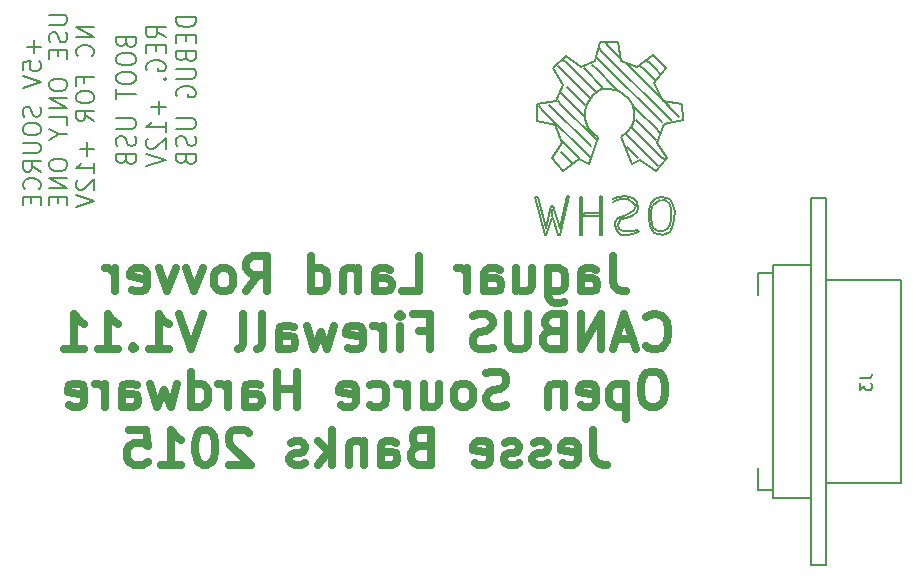
<source format=gbo>
G04 #@! TF.FileFunction,Legend,Bot*
%FSLAX46Y46*%
G04 Gerber Fmt 4.6, Leading zero omitted, Abs format (unit mm)*
G04 Created by KiCad (PCBNEW (2015-07-11 BZR 5925, Git c291b88)-product) date 9/14/2015 2:45:29 PM*
%MOMM*%
G01*
G04 APERTURE LIST*
%ADD10C,0.100000*%
%ADD11C,0.150000*%
%ADD12C,0.700000*%
%ADD13C,0.162500*%
G04 APERTURE END LIST*
D10*
D11*
X46657143Y-114014286D02*
X46657143Y-115157143D01*
X47228571Y-114585714D02*
X46085714Y-114585714D01*
X45728571Y-116585715D02*
X45728571Y-115871429D01*
X46442857Y-115800000D01*
X46371429Y-115871429D01*
X46300000Y-116014286D01*
X46300000Y-116371429D01*
X46371429Y-116514286D01*
X46442857Y-116585715D01*
X46585714Y-116657143D01*
X46942857Y-116657143D01*
X47085714Y-116585715D01*
X47157143Y-116514286D01*
X47228571Y-116371429D01*
X47228571Y-116014286D01*
X47157143Y-115871429D01*
X47085714Y-115800000D01*
X45728571Y-117085714D02*
X47228571Y-117585714D01*
X45728571Y-118085714D01*
X47157143Y-119657142D02*
X47228571Y-119871428D01*
X47228571Y-120228571D01*
X47157143Y-120371428D01*
X47085714Y-120442857D01*
X46942857Y-120514285D01*
X46800000Y-120514285D01*
X46657143Y-120442857D01*
X46585714Y-120371428D01*
X46514286Y-120228571D01*
X46442857Y-119942857D01*
X46371429Y-119799999D01*
X46300000Y-119728571D01*
X46157143Y-119657142D01*
X46014286Y-119657142D01*
X45871429Y-119728571D01*
X45800000Y-119799999D01*
X45728571Y-119942857D01*
X45728571Y-120299999D01*
X45800000Y-120514285D01*
X45728571Y-121442856D02*
X45728571Y-121728570D01*
X45800000Y-121871428D01*
X45942857Y-122014285D01*
X46228571Y-122085713D01*
X46728571Y-122085713D01*
X47014286Y-122014285D01*
X47157143Y-121871428D01*
X47228571Y-121728570D01*
X47228571Y-121442856D01*
X47157143Y-121299999D01*
X47014286Y-121157142D01*
X46728571Y-121085713D01*
X46228571Y-121085713D01*
X45942857Y-121157142D01*
X45800000Y-121299999D01*
X45728571Y-121442856D01*
X45728571Y-122728571D02*
X46942857Y-122728571D01*
X47085714Y-122799999D01*
X47157143Y-122871428D01*
X47228571Y-123014285D01*
X47228571Y-123299999D01*
X47157143Y-123442857D01*
X47085714Y-123514285D01*
X46942857Y-123585714D01*
X45728571Y-123585714D01*
X47228571Y-125157143D02*
X46514286Y-124657143D01*
X47228571Y-124300000D02*
X45728571Y-124300000D01*
X45728571Y-124871428D01*
X45800000Y-125014286D01*
X45871429Y-125085714D01*
X46014286Y-125157143D01*
X46228571Y-125157143D01*
X46371429Y-125085714D01*
X46442857Y-125014286D01*
X46514286Y-124871428D01*
X46514286Y-124300000D01*
X47085714Y-126657143D02*
X47157143Y-126585714D01*
X47228571Y-126371428D01*
X47228571Y-126228571D01*
X47157143Y-126014286D01*
X47014286Y-125871428D01*
X46871429Y-125800000D01*
X46585714Y-125728571D01*
X46371429Y-125728571D01*
X46085714Y-125800000D01*
X45942857Y-125871428D01*
X45800000Y-126014286D01*
X45728571Y-126228571D01*
X45728571Y-126371428D01*
X45800000Y-126585714D01*
X45871429Y-126657143D01*
X46442857Y-127300000D02*
X46442857Y-127800000D01*
X47228571Y-128014286D02*
X47228571Y-127300000D01*
X45728571Y-127300000D01*
X45728571Y-128014286D01*
X47978571Y-111871427D02*
X49192857Y-111871427D01*
X49335714Y-111942855D01*
X49407143Y-112014284D01*
X49478571Y-112157141D01*
X49478571Y-112442855D01*
X49407143Y-112585713D01*
X49335714Y-112657141D01*
X49192857Y-112728570D01*
X47978571Y-112728570D01*
X49407143Y-113371427D02*
X49478571Y-113585713D01*
X49478571Y-113942856D01*
X49407143Y-114085713D01*
X49335714Y-114157142D01*
X49192857Y-114228570D01*
X49050000Y-114228570D01*
X48907143Y-114157142D01*
X48835714Y-114085713D01*
X48764286Y-113942856D01*
X48692857Y-113657142D01*
X48621429Y-113514284D01*
X48550000Y-113442856D01*
X48407143Y-113371427D01*
X48264286Y-113371427D01*
X48121429Y-113442856D01*
X48050000Y-113514284D01*
X47978571Y-113657142D01*
X47978571Y-114014284D01*
X48050000Y-114228570D01*
X48692857Y-114871427D02*
X48692857Y-115371427D01*
X49478571Y-115585713D02*
X49478571Y-114871427D01*
X47978571Y-114871427D01*
X47978571Y-115585713D01*
X47978571Y-117657141D02*
X47978571Y-117942855D01*
X48050000Y-118085713D01*
X48192857Y-118228570D01*
X48478571Y-118299998D01*
X48978571Y-118299998D01*
X49264286Y-118228570D01*
X49407143Y-118085713D01*
X49478571Y-117942855D01*
X49478571Y-117657141D01*
X49407143Y-117514284D01*
X49264286Y-117371427D01*
X48978571Y-117299998D01*
X48478571Y-117299998D01*
X48192857Y-117371427D01*
X48050000Y-117514284D01*
X47978571Y-117657141D01*
X49478571Y-118942856D02*
X47978571Y-118942856D01*
X49478571Y-119799999D01*
X47978571Y-119799999D01*
X49478571Y-121228571D02*
X49478571Y-120514285D01*
X47978571Y-120514285D01*
X48764286Y-122014285D02*
X49478571Y-122014285D01*
X47978571Y-121514285D02*
X48764286Y-122014285D01*
X47978571Y-122514285D01*
X47978571Y-124442856D02*
X47978571Y-124728570D01*
X48050000Y-124871428D01*
X48192857Y-125014285D01*
X48478571Y-125085713D01*
X48978571Y-125085713D01*
X49264286Y-125014285D01*
X49407143Y-124871428D01*
X49478571Y-124728570D01*
X49478571Y-124442856D01*
X49407143Y-124299999D01*
X49264286Y-124157142D01*
X48978571Y-124085713D01*
X48478571Y-124085713D01*
X48192857Y-124157142D01*
X48050000Y-124299999D01*
X47978571Y-124442856D01*
X49478571Y-125728571D02*
X47978571Y-125728571D01*
X49478571Y-126585714D01*
X47978571Y-126585714D01*
X48692857Y-127300000D02*
X48692857Y-127800000D01*
X49478571Y-128014286D02*
X49478571Y-127300000D01*
X47978571Y-127300000D01*
X47978571Y-128014286D01*
X51728571Y-112942858D02*
X50228571Y-112942858D01*
X51728571Y-113800001D01*
X50228571Y-113800001D01*
X51585714Y-115371430D02*
X51657143Y-115300001D01*
X51728571Y-115085715D01*
X51728571Y-114942858D01*
X51657143Y-114728573D01*
X51514286Y-114585715D01*
X51371429Y-114514287D01*
X51085714Y-114442858D01*
X50871429Y-114442858D01*
X50585714Y-114514287D01*
X50442857Y-114585715D01*
X50300000Y-114728573D01*
X50228571Y-114942858D01*
X50228571Y-115085715D01*
X50300000Y-115300001D01*
X50371429Y-115371430D01*
X50942857Y-117657144D02*
X50942857Y-117157144D01*
X51728571Y-117157144D02*
X50228571Y-117157144D01*
X50228571Y-117871430D01*
X50228571Y-118728572D02*
X50228571Y-119014286D01*
X50300000Y-119157144D01*
X50442857Y-119300001D01*
X50728571Y-119371429D01*
X51228571Y-119371429D01*
X51514286Y-119300001D01*
X51657143Y-119157144D01*
X51728571Y-119014286D01*
X51728571Y-118728572D01*
X51657143Y-118585715D01*
X51514286Y-118442858D01*
X51228571Y-118371429D01*
X50728571Y-118371429D01*
X50442857Y-118442858D01*
X50300000Y-118585715D01*
X50228571Y-118728572D01*
X51728571Y-120871430D02*
X51014286Y-120371430D01*
X51728571Y-120014287D02*
X50228571Y-120014287D01*
X50228571Y-120585715D01*
X50300000Y-120728573D01*
X50371429Y-120800001D01*
X50514286Y-120871430D01*
X50728571Y-120871430D01*
X50871429Y-120800001D01*
X50942857Y-120728573D01*
X51014286Y-120585715D01*
X51014286Y-120014287D01*
X51157143Y-122657144D02*
X51157143Y-123800001D01*
X51728571Y-123228572D02*
X50585714Y-123228572D01*
X51728571Y-125300001D02*
X51728571Y-124442858D01*
X51728571Y-124871430D02*
X50228571Y-124871430D01*
X50442857Y-124728573D01*
X50585714Y-124585715D01*
X50657143Y-124442858D01*
X50371429Y-125871429D02*
X50300000Y-125942858D01*
X50228571Y-126085715D01*
X50228571Y-126442858D01*
X50300000Y-126585715D01*
X50371429Y-126657144D01*
X50514286Y-126728572D01*
X50657143Y-126728572D01*
X50871429Y-126657144D01*
X51728571Y-125800001D01*
X51728571Y-126728572D01*
X50228571Y-127157143D02*
X51728571Y-127657143D01*
X50228571Y-128157143D01*
D12*
X95657143Y-132307143D02*
X95657143Y-134450000D01*
X95800001Y-134878571D01*
X96085715Y-135164286D01*
X96514286Y-135307143D01*
X96800001Y-135307143D01*
X92942858Y-135307143D02*
X92942858Y-133735714D01*
X93085715Y-133450000D01*
X93371429Y-133307143D01*
X93942858Y-133307143D01*
X94228572Y-133450000D01*
X92942858Y-135164286D02*
X93228572Y-135307143D01*
X93942858Y-135307143D01*
X94228572Y-135164286D01*
X94371429Y-134878571D01*
X94371429Y-134592857D01*
X94228572Y-134307143D01*
X93942858Y-134164286D01*
X93228572Y-134164286D01*
X92942858Y-134021429D01*
X90228572Y-133307143D02*
X90228572Y-135735714D01*
X90371429Y-136021429D01*
X90514286Y-136164286D01*
X90800001Y-136307143D01*
X91228572Y-136307143D01*
X91514286Y-136164286D01*
X90228572Y-135164286D02*
X90514286Y-135307143D01*
X91085715Y-135307143D01*
X91371429Y-135164286D01*
X91514286Y-135021429D01*
X91657143Y-134735714D01*
X91657143Y-133878571D01*
X91514286Y-133592857D01*
X91371429Y-133450000D01*
X91085715Y-133307143D01*
X90514286Y-133307143D01*
X90228572Y-133450000D01*
X87514286Y-133307143D02*
X87514286Y-135307143D01*
X88800000Y-133307143D02*
X88800000Y-134878571D01*
X88657143Y-135164286D01*
X88371429Y-135307143D01*
X87942857Y-135307143D01*
X87657143Y-135164286D01*
X87514286Y-135021429D01*
X84800000Y-135307143D02*
X84800000Y-133735714D01*
X84942857Y-133450000D01*
X85228571Y-133307143D01*
X85800000Y-133307143D01*
X86085714Y-133450000D01*
X84800000Y-135164286D02*
X85085714Y-135307143D01*
X85800000Y-135307143D01*
X86085714Y-135164286D01*
X86228571Y-134878571D01*
X86228571Y-134592857D01*
X86085714Y-134307143D01*
X85800000Y-134164286D01*
X85085714Y-134164286D01*
X84800000Y-134021429D01*
X83371428Y-135307143D02*
X83371428Y-133307143D01*
X83371428Y-133878571D02*
X83228571Y-133592857D01*
X83085714Y-133450000D01*
X82800000Y-133307143D01*
X82514285Y-133307143D01*
X77800000Y-135307143D02*
X79228571Y-135307143D01*
X79228571Y-132307143D01*
X75514286Y-135307143D02*
X75514286Y-133735714D01*
X75657143Y-133450000D01*
X75942857Y-133307143D01*
X76514286Y-133307143D01*
X76800000Y-133450000D01*
X75514286Y-135164286D02*
X75800000Y-135307143D01*
X76514286Y-135307143D01*
X76800000Y-135164286D01*
X76942857Y-134878571D01*
X76942857Y-134592857D01*
X76800000Y-134307143D01*
X76514286Y-134164286D01*
X75800000Y-134164286D01*
X75514286Y-134021429D01*
X74085714Y-133307143D02*
X74085714Y-135307143D01*
X74085714Y-133592857D02*
X73942857Y-133450000D01*
X73657143Y-133307143D01*
X73228571Y-133307143D01*
X72942857Y-133450000D01*
X72800000Y-133735714D01*
X72800000Y-135307143D01*
X70085714Y-135307143D02*
X70085714Y-132307143D01*
X70085714Y-135164286D02*
X70371428Y-135307143D01*
X70942857Y-135307143D01*
X71228571Y-135164286D01*
X71371428Y-135021429D01*
X71514285Y-134735714D01*
X71514285Y-133878571D01*
X71371428Y-133592857D01*
X71228571Y-133450000D01*
X70942857Y-133307143D01*
X70371428Y-133307143D01*
X70085714Y-133450000D01*
X64657143Y-135307143D02*
X65657143Y-133878571D01*
X66371428Y-135307143D02*
X66371428Y-132307143D01*
X65228571Y-132307143D01*
X64942857Y-132450000D01*
X64800000Y-132592857D01*
X64657143Y-132878571D01*
X64657143Y-133307143D01*
X64800000Y-133592857D01*
X64942857Y-133735714D01*
X65228571Y-133878571D01*
X66371428Y-133878571D01*
X62942857Y-135307143D02*
X63228571Y-135164286D01*
X63371428Y-135021429D01*
X63514285Y-134735714D01*
X63514285Y-133878571D01*
X63371428Y-133592857D01*
X63228571Y-133450000D01*
X62942857Y-133307143D01*
X62514285Y-133307143D01*
X62228571Y-133450000D01*
X62085714Y-133592857D01*
X61942857Y-133878571D01*
X61942857Y-134735714D01*
X62085714Y-135021429D01*
X62228571Y-135164286D01*
X62514285Y-135307143D01*
X62942857Y-135307143D01*
X60942857Y-133307143D02*
X60228571Y-135307143D01*
X59514285Y-133307143D01*
X58657143Y-133307143D02*
X57942857Y-135307143D01*
X57228571Y-133307143D01*
X54942857Y-135164286D02*
X55228571Y-135307143D01*
X55800000Y-135307143D01*
X56085714Y-135164286D01*
X56228571Y-134878571D01*
X56228571Y-133735714D01*
X56085714Y-133450000D01*
X55800000Y-133307143D01*
X55228571Y-133307143D01*
X54942857Y-133450000D01*
X54800000Y-133735714D01*
X54800000Y-134021429D01*
X56228571Y-134307143D01*
X53514285Y-135307143D02*
X53514285Y-133307143D01*
X53514285Y-133878571D02*
X53371428Y-133592857D01*
X53228571Y-133450000D01*
X52942857Y-133307143D01*
X52657142Y-133307143D01*
X98514287Y-139921429D02*
X98657144Y-140064286D01*
X99085715Y-140207143D01*
X99371429Y-140207143D01*
X99800001Y-140064286D01*
X100085715Y-139778571D01*
X100228572Y-139492857D01*
X100371429Y-138921429D01*
X100371429Y-138492857D01*
X100228572Y-137921429D01*
X100085715Y-137635714D01*
X99800001Y-137350000D01*
X99371429Y-137207143D01*
X99085715Y-137207143D01*
X98657144Y-137350000D01*
X98514287Y-137492857D01*
X97371429Y-139350000D02*
X95942858Y-139350000D01*
X97657144Y-140207143D02*
X96657144Y-137207143D01*
X95657144Y-140207143D01*
X94657143Y-140207143D02*
X94657143Y-137207143D01*
X92942858Y-140207143D01*
X92942858Y-137207143D01*
X90514286Y-138635714D02*
X90085715Y-138778571D01*
X89942858Y-138921429D01*
X89800001Y-139207143D01*
X89800001Y-139635714D01*
X89942858Y-139921429D01*
X90085715Y-140064286D01*
X90371429Y-140207143D01*
X91514286Y-140207143D01*
X91514286Y-137207143D01*
X90514286Y-137207143D01*
X90228572Y-137350000D01*
X90085715Y-137492857D01*
X89942858Y-137778571D01*
X89942858Y-138064286D01*
X90085715Y-138350000D01*
X90228572Y-138492857D01*
X90514286Y-138635714D01*
X91514286Y-138635714D01*
X88514286Y-137207143D02*
X88514286Y-139635714D01*
X88371429Y-139921429D01*
X88228572Y-140064286D01*
X87942858Y-140207143D01*
X87371429Y-140207143D01*
X87085715Y-140064286D01*
X86942858Y-139921429D01*
X86800001Y-139635714D01*
X86800001Y-137207143D01*
X85514286Y-140064286D02*
X85085715Y-140207143D01*
X84371429Y-140207143D01*
X84085715Y-140064286D01*
X83942858Y-139921429D01*
X83800001Y-139635714D01*
X83800001Y-139350000D01*
X83942858Y-139064286D01*
X84085715Y-138921429D01*
X84371429Y-138778571D01*
X84942858Y-138635714D01*
X85228572Y-138492857D01*
X85371429Y-138350000D01*
X85514286Y-138064286D01*
X85514286Y-137778571D01*
X85371429Y-137492857D01*
X85228572Y-137350000D01*
X84942858Y-137207143D01*
X84228572Y-137207143D01*
X83800001Y-137350000D01*
X79228572Y-138635714D02*
X80228572Y-138635714D01*
X80228572Y-140207143D02*
X80228572Y-137207143D01*
X78800001Y-137207143D01*
X77657143Y-140207143D02*
X77657143Y-138207143D01*
X77657143Y-137207143D02*
X77800000Y-137350000D01*
X77657143Y-137492857D01*
X77514286Y-137350000D01*
X77657143Y-137207143D01*
X77657143Y-137492857D01*
X76228572Y-140207143D02*
X76228572Y-138207143D01*
X76228572Y-138778571D02*
X76085715Y-138492857D01*
X75942858Y-138350000D01*
X75657144Y-138207143D01*
X75371429Y-138207143D01*
X73228572Y-140064286D02*
X73514286Y-140207143D01*
X74085715Y-140207143D01*
X74371429Y-140064286D01*
X74514286Y-139778571D01*
X74514286Y-138635714D01*
X74371429Y-138350000D01*
X74085715Y-138207143D01*
X73514286Y-138207143D01*
X73228572Y-138350000D01*
X73085715Y-138635714D01*
X73085715Y-138921429D01*
X74514286Y-139207143D01*
X72085715Y-138207143D02*
X71514286Y-140207143D01*
X70942857Y-138778571D01*
X70371429Y-140207143D01*
X69800000Y-138207143D01*
X67371429Y-140207143D02*
X67371429Y-138635714D01*
X67514286Y-138350000D01*
X67800000Y-138207143D01*
X68371429Y-138207143D01*
X68657143Y-138350000D01*
X67371429Y-140064286D02*
X67657143Y-140207143D01*
X68371429Y-140207143D01*
X68657143Y-140064286D01*
X68800000Y-139778571D01*
X68800000Y-139492857D01*
X68657143Y-139207143D01*
X68371429Y-139064286D01*
X67657143Y-139064286D01*
X67371429Y-138921429D01*
X65514286Y-140207143D02*
X65800000Y-140064286D01*
X65942857Y-139778571D01*
X65942857Y-137207143D01*
X63942857Y-140207143D02*
X64228571Y-140064286D01*
X64371428Y-139778571D01*
X64371428Y-137207143D01*
X60942857Y-137207143D02*
X59942857Y-140207143D01*
X58942857Y-137207143D01*
X56371428Y-140207143D02*
X58085713Y-140207143D01*
X57228571Y-140207143D02*
X57228571Y-137207143D01*
X57514285Y-137635714D01*
X57799999Y-137921429D01*
X58085713Y-138064286D01*
X55085713Y-139921429D02*
X54942856Y-140064286D01*
X55085713Y-140207143D01*
X55228570Y-140064286D01*
X55085713Y-139921429D01*
X55085713Y-140207143D01*
X52085714Y-140207143D02*
X53799999Y-140207143D01*
X52942857Y-140207143D02*
X52942857Y-137207143D01*
X53228571Y-137635714D01*
X53514285Y-137921429D01*
X53799999Y-138064286D01*
X49228571Y-140207143D02*
X50942856Y-140207143D01*
X50085714Y-140207143D02*
X50085714Y-137207143D01*
X50371428Y-137635714D01*
X50657142Y-137921429D01*
X50942856Y-138064286D01*
X99371430Y-142107143D02*
X98800001Y-142107143D01*
X98514287Y-142250000D01*
X98228573Y-142535714D01*
X98085715Y-143107143D01*
X98085715Y-144107143D01*
X98228573Y-144678571D01*
X98514287Y-144964286D01*
X98800001Y-145107143D01*
X99371430Y-145107143D01*
X99657144Y-144964286D01*
X99942858Y-144678571D01*
X100085715Y-144107143D01*
X100085715Y-143107143D01*
X99942858Y-142535714D01*
X99657144Y-142250000D01*
X99371430Y-142107143D01*
X96800001Y-143107143D02*
X96800001Y-146107143D01*
X96800001Y-143250000D02*
X96514287Y-143107143D01*
X95942858Y-143107143D01*
X95657144Y-143250000D01*
X95514287Y-143392857D01*
X95371430Y-143678571D01*
X95371430Y-144535714D01*
X95514287Y-144821429D01*
X95657144Y-144964286D01*
X95942858Y-145107143D01*
X96514287Y-145107143D01*
X96800001Y-144964286D01*
X92942858Y-144964286D02*
X93228572Y-145107143D01*
X93800001Y-145107143D01*
X94085715Y-144964286D01*
X94228572Y-144678571D01*
X94228572Y-143535714D01*
X94085715Y-143250000D01*
X93800001Y-143107143D01*
X93228572Y-143107143D01*
X92942858Y-143250000D01*
X92800001Y-143535714D01*
X92800001Y-143821429D01*
X94228572Y-144107143D01*
X91514286Y-143107143D02*
X91514286Y-145107143D01*
X91514286Y-143392857D02*
X91371429Y-143250000D01*
X91085715Y-143107143D01*
X90657143Y-143107143D01*
X90371429Y-143250000D01*
X90228572Y-143535714D01*
X90228572Y-145107143D01*
X86657143Y-144964286D02*
X86228572Y-145107143D01*
X85514286Y-145107143D01*
X85228572Y-144964286D01*
X85085715Y-144821429D01*
X84942858Y-144535714D01*
X84942858Y-144250000D01*
X85085715Y-143964286D01*
X85228572Y-143821429D01*
X85514286Y-143678571D01*
X86085715Y-143535714D01*
X86371429Y-143392857D01*
X86514286Y-143250000D01*
X86657143Y-142964286D01*
X86657143Y-142678571D01*
X86514286Y-142392857D01*
X86371429Y-142250000D01*
X86085715Y-142107143D01*
X85371429Y-142107143D01*
X84942858Y-142250000D01*
X83228572Y-145107143D02*
X83514286Y-144964286D01*
X83657143Y-144821429D01*
X83800000Y-144535714D01*
X83800000Y-143678571D01*
X83657143Y-143392857D01*
X83514286Y-143250000D01*
X83228572Y-143107143D01*
X82800000Y-143107143D01*
X82514286Y-143250000D01*
X82371429Y-143392857D01*
X82228572Y-143678571D01*
X82228572Y-144535714D01*
X82371429Y-144821429D01*
X82514286Y-144964286D01*
X82800000Y-145107143D01*
X83228572Y-145107143D01*
X79657143Y-143107143D02*
X79657143Y-145107143D01*
X80942857Y-143107143D02*
X80942857Y-144678571D01*
X80800000Y-144964286D01*
X80514286Y-145107143D01*
X80085714Y-145107143D01*
X79800000Y-144964286D01*
X79657143Y-144821429D01*
X78228571Y-145107143D02*
X78228571Y-143107143D01*
X78228571Y-143678571D02*
X78085714Y-143392857D01*
X77942857Y-143250000D01*
X77657143Y-143107143D01*
X77371428Y-143107143D01*
X75085714Y-144964286D02*
X75371428Y-145107143D01*
X75942857Y-145107143D01*
X76228571Y-144964286D01*
X76371428Y-144821429D01*
X76514285Y-144535714D01*
X76514285Y-143678571D01*
X76371428Y-143392857D01*
X76228571Y-143250000D01*
X75942857Y-143107143D01*
X75371428Y-143107143D01*
X75085714Y-143250000D01*
X72657142Y-144964286D02*
X72942856Y-145107143D01*
X73514285Y-145107143D01*
X73799999Y-144964286D01*
X73942856Y-144678571D01*
X73942856Y-143535714D01*
X73799999Y-143250000D01*
X73514285Y-143107143D01*
X72942856Y-143107143D01*
X72657142Y-143250000D01*
X72514285Y-143535714D01*
X72514285Y-143821429D01*
X73942856Y-144107143D01*
X68942856Y-145107143D02*
X68942856Y-142107143D01*
X68942856Y-143535714D02*
X67228571Y-143535714D01*
X67228571Y-145107143D02*
X67228571Y-142107143D01*
X64514285Y-145107143D02*
X64514285Y-143535714D01*
X64657142Y-143250000D01*
X64942856Y-143107143D01*
X65514285Y-143107143D01*
X65799999Y-143250000D01*
X64514285Y-144964286D02*
X64799999Y-145107143D01*
X65514285Y-145107143D01*
X65799999Y-144964286D01*
X65942856Y-144678571D01*
X65942856Y-144392857D01*
X65799999Y-144107143D01*
X65514285Y-143964286D01*
X64799999Y-143964286D01*
X64514285Y-143821429D01*
X63085713Y-145107143D02*
X63085713Y-143107143D01*
X63085713Y-143678571D02*
X62942856Y-143392857D01*
X62799999Y-143250000D01*
X62514285Y-143107143D01*
X62228570Y-143107143D01*
X59942856Y-145107143D02*
X59942856Y-142107143D01*
X59942856Y-144964286D02*
X60228570Y-145107143D01*
X60799999Y-145107143D01*
X61085713Y-144964286D01*
X61228570Y-144821429D01*
X61371427Y-144535714D01*
X61371427Y-143678571D01*
X61228570Y-143392857D01*
X61085713Y-143250000D01*
X60799999Y-143107143D01*
X60228570Y-143107143D01*
X59942856Y-143250000D01*
X58799999Y-143107143D02*
X58228570Y-145107143D01*
X57657141Y-143678571D01*
X57085713Y-145107143D01*
X56514284Y-143107143D01*
X54085713Y-145107143D02*
X54085713Y-143535714D01*
X54228570Y-143250000D01*
X54514284Y-143107143D01*
X55085713Y-143107143D01*
X55371427Y-143250000D01*
X54085713Y-144964286D02*
X54371427Y-145107143D01*
X55085713Y-145107143D01*
X55371427Y-144964286D01*
X55514284Y-144678571D01*
X55514284Y-144392857D01*
X55371427Y-144107143D01*
X55085713Y-143964286D01*
X54371427Y-143964286D01*
X54085713Y-143821429D01*
X52657141Y-145107143D02*
X52657141Y-143107143D01*
X52657141Y-143678571D02*
X52514284Y-143392857D01*
X52371427Y-143250000D01*
X52085713Y-143107143D01*
X51799998Y-143107143D01*
X49657141Y-144964286D02*
X49942855Y-145107143D01*
X50514284Y-145107143D01*
X50799998Y-144964286D01*
X50942855Y-144678571D01*
X50942855Y-143535714D01*
X50799998Y-143250000D01*
X50514284Y-143107143D01*
X49942855Y-143107143D01*
X49657141Y-143250000D01*
X49514284Y-143535714D01*
X49514284Y-143821429D01*
X50942855Y-144107143D01*
X94014285Y-147007143D02*
X94014285Y-149150000D01*
X94157143Y-149578571D01*
X94442857Y-149864286D01*
X94871428Y-150007143D01*
X95157143Y-150007143D01*
X91442857Y-149864286D02*
X91728571Y-150007143D01*
X92300000Y-150007143D01*
X92585714Y-149864286D01*
X92728571Y-149578571D01*
X92728571Y-148435714D01*
X92585714Y-148150000D01*
X92300000Y-148007143D01*
X91728571Y-148007143D01*
X91442857Y-148150000D01*
X91300000Y-148435714D01*
X91300000Y-148721429D01*
X92728571Y-149007143D01*
X90157142Y-149864286D02*
X89871428Y-150007143D01*
X89300000Y-150007143D01*
X89014285Y-149864286D01*
X88871428Y-149578571D01*
X88871428Y-149435714D01*
X89014285Y-149150000D01*
X89300000Y-149007143D01*
X89728571Y-149007143D01*
X90014285Y-148864286D01*
X90157142Y-148578571D01*
X90157142Y-148435714D01*
X90014285Y-148150000D01*
X89728571Y-148007143D01*
X89300000Y-148007143D01*
X89014285Y-148150000D01*
X87728571Y-149864286D02*
X87442857Y-150007143D01*
X86871429Y-150007143D01*
X86585714Y-149864286D01*
X86442857Y-149578571D01*
X86442857Y-149435714D01*
X86585714Y-149150000D01*
X86871429Y-149007143D01*
X87300000Y-149007143D01*
X87585714Y-148864286D01*
X87728571Y-148578571D01*
X87728571Y-148435714D01*
X87585714Y-148150000D01*
X87300000Y-148007143D01*
X86871429Y-148007143D01*
X86585714Y-148150000D01*
X84014286Y-149864286D02*
X84300000Y-150007143D01*
X84871429Y-150007143D01*
X85157143Y-149864286D01*
X85300000Y-149578571D01*
X85300000Y-148435714D01*
X85157143Y-148150000D01*
X84871429Y-148007143D01*
X84300000Y-148007143D01*
X84014286Y-148150000D01*
X83871429Y-148435714D01*
X83871429Y-148721429D01*
X85300000Y-149007143D01*
X79300000Y-148435714D02*
X78871429Y-148578571D01*
X78728572Y-148721429D01*
X78585715Y-149007143D01*
X78585715Y-149435714D01*
X78728572Y-149721429D01*
X78871429Y-149864286D01*
X79157143Y-150007143D01*
X80300000Y-150007143D01*
X80300000Y-147007143D01*
X79300000Y-147007143D01*
X79014286Y-147150000D01*
X78871429Y-147292857D01*
X78728572Y-147578571D01*
X78728572Y-147864286D01*
X78871429Y-148150000D01*
X79014286Y-148292857D01*
X79300000Y-148435714D01*
X80300000Y-148435714D01*
X76014286Y-150007143D02*
X76014286Y-148435714D01*
X76157143Y-148150000D01*
X76442857Y-148007143D01*
X77014286Y-148007143D01*
X77300000Y-148150000D01*
X76014286Y-149864286D02*
X76300000Y-150007143D01*
X77014286Y-150007143D01*
X77300000Y-149864286D01*
X77442857Y-149578571D01*
X77442857Y-149292857D01*
X77300000Y-149007143D01*
X77014286Y-148864286D01*
X76300000Y-148864286D01*
X76014286Y-148721429D01*
X74585714Y-148007143D02*
X74585714Y-150007143D01*
X74585714Y-148292857D02*
X74442857Y-148150000D01*
X74157143Y-148007143D01*
X73728571Y-148007143D01*
X73442857Y-148150000D01*
X73300000Y-148435714D01*
X73300000Y-150007143D01*
X71871428Y-150007143D02*
X71871428Y-147007143D01*
X71585714Y-148864286D02*
X70728571Y-150007143D01*
X70728571Y-148007143D02*
X71871428Y-149150000D01*
X69585714Y-149864286D02*
X69300000Y-150007143D01*
X68728572Y-150007143D01*
X68442857Y-149864286D01*
X68300000Y-149578571D01*
X68300000Y-149435714D01*
X68442857Y-149150000D01*
X68728572Y-149007143D01*
X69157143Y-149007143D01*
X69442857Y-148864286D01*
X69585714Y-148578571D01*
X69585714Y-148435714D01*
X69442857Y-148150000D01*
X69157143Y-148007143D01*
X68728572Y-148007143D01*
X68442857Y-148150000D01*
X64871429Y-147292857D02*
X64728572Y-147150000D01*
X64442858Y-147007143D01*
X63728572Y-147007143D01*
X63442858Y-147150000D01*
X63300001Y-147292857D01*
X63157144Y-147578571D01*
X63157144Y-147864286D01*
X63300001Y-148292857D01*
X65014287Y-150007143D01*
X63157144Y-150007143D01*
X61300001Y-147007143D02*
X61014286Y-147007143D01*
X60728572Y-147150000D01*
X60585715Y-147292857D01*
X60442858Y-147578571D01*
X60300001Y-148150000D01*
X60300001Y-148864286D01*
X60442858Y-149435714D01*
X60585715Y-149721429D01*
X60728572Y-149864286D01*
X61014286Y-150007143D01*
X61300001Y-150007143D01*
X61585715Y-149864286D01*
X61728572Y-149721429D01*
X61871429Y-149435714D01*
X62014286Y-148864286D01*
X62014286Y-148150000D01*
X61871429Y-147578571D01*
X61728572Y-147292857D01*
X61585715Y-147150000D01*
X61300001Y-147007143D01*
X57442858Y-150007143D02*
X59157143Y-150007143D01*
X58300001Y-150007143D02*
X58300001Y-147007143D01*
X58585715Y-147435714D01*
X58871429Y-147721429D01*
X59157143Y-147864286D01*
X54728572Y-147007143D02*
X56157143Y-147007143D01*
X56300000Y-148435714D01*
X56157143Y-148292857D01*
X55871429Y-148150000D01*
X55157143Y-148150000D01*
X54871429Y-148292857D01*
X54728572Y-148435714D01*
X54585715Y-148721429D01*
X54585715Y-149435714D01*
X54728572Y-149721429D01*
X54871429Y-149864286D01*
X55157143Y-150007143D01*
X55871429Y-150007143D01*
X56157143Y-149864286D01*
X56300000Y-149721429D01*
D13*
X54436071Y-114228571D02*
X54517024Y-114442857D01*
X54597976Y-114514285D01*
X54759881Y-114585714D01*
X55002738Y-114585714D01*
X55164643Y-114514285D01*
X55245595Y-114442857D01*
X55326548Y-114299999D01*
X55326548Y-113728571D01*
X53626548Y-113728571D01*
X53626548Y-114228571D01*
X53707500Y-114371428D01*
X53788452Y-114442857D01*
X53950357Y-114514285D01*
X54112262Y-114514285D01*
X54274167Y-114442857D01*
X54355119Y-114371428D01*
X54436071Y-114228571D01*
X54436071Y-113728571D01*
X53626548Y-115514285D02*
X53626548Y-115799999D01*
X53707500Y-115942857D01*
X53869405Y-116085714D01*
X54193214Y-116157142D01*
X54759881Y-116157142D01*
X55083690Y-116085714D01*
X55245595Y-115942857D01*
X55326548Y-115799999D01*
X55326548Y-115514285D01*
X55245595Y-115371428D01*
X55083690Y-115228571D01*
X54759881Y-115157142D01*
X54193214Y-115157142D01*
X53869405Y-115228571D01*
X53707500Y-115371428D01*
X53626548Y-115514285D01*
X53626548Y-117085714D02*
X53626548Y-117371428D01*
X53707500Y-117514286D01*
X53869405Y-117657143D01*
X54193214Y-117728571D01*
X54759881Y-117728571D01*
X55083690Y-117657143D01*
X55245595Y-117514286D01*
X55326548Y-117371428D01*
X55326548Y-117085714D01*
X55245595Y-116942857D01*
X55083690Y-116800000D01*
X54759881Y-116728571D01*
X54193214Y-116728571D01*
X53869405Y-116800000D01*
X53707500Y-116942857D01*
X53626548Y-117085714D01*
X53626548Y-118157143D02*
X53626548Y-119014286D01*
X55326548Y-118585715D02*
X53626548Y-118585715D01*
X53626548Y-120657143D02*
X55002738Y-120657143D01*
X55164643Y-120728571D01*
X55245595Y-120800000D01*
X55326548Y-120942857D01*
X55326548Y-121228571D01*
X55245595Y-121371429D01*
X55164643Y-121442857D01*
X55002738Y-121514286D01*
X53626548Y-121514286D01*
X55245595Y-122157143D02*
X55326548Y-122371429D01*
X55326548Y-122728572D01*
X55245595Y-122871429D01*
X55164643Y-122942858D01*
X55002738Y-123014286D01*
X54840833Y-123014286D01*
X54678929Y-122942858D01*
X54597976Y-122871429D01*
X54517024Y-122728572D01*
X54436071Y-122442858D01*
X54355119Y-122300000D01*
X54274167Y-122228572D01*
X54112262Y-122157143D01*
X53950357Y-122157143D01*
X53788452Y-122228572D01*
X53707500Y-122300000D01*
X53626548Y-122442858D01*
X53626548Y-122800000D01*
X53707500Y-123014286D01*
X54436071Y-124157143D02*
X54517024Y-124371429D01*
X54597976Y-124442857D01*
X54759881Y-124514286D01*
X55002738Y-124514286D01*
X55164643Y-124442857D01*
X55245595Y-124371429D01*
X55326548Y-124228571D01*
X55326548Y-123657143D01*
X53626548Y-123657143D01*
X53626548Y-124157143D01*
X53707500Y-124300000D01*
X53788452Y-124371429D01*
X53950357Y-124442857D01*
X54112262Y-124442857D01*
X54274167Y-124371429D01*
X54355119Y-124300000D01*
X54436071Y-124157143D01*
X54436071Y-123657143D01*
X57869048Y-113800001D02*
X57059524Y-113300001D01*
X57869048Y-112942858D02*
X56169048Y-112942858D01*
X56169048Y-113514286D01*
X56250000Y-113657144D01*
X56330952Y-113728572D01*
X56492857Y-113800001D01*
X56735714Y-113800001D01*
X56897619Y-113728572D01*
X56978571Y-113657144D01*
X57059524Y-113514286D01*
X57059524Y-112942858D01*
X56978571Y-114442858D02*
X56978571Y-114942858D01*
X57869048Y-115157144D02*
X57869048Y-114442858D01*
X56169048Y-114442858D01*
X56169048Y-115157144D01*
X56250000Y-116585715D02*
X56169048Y-116442858D01*
X56169048Y-116228572D01*
X56250000Y-116014287D01*
X56411905Y-115871429D01*
X56573810Y-115800001D01*
X56897619Y-115728572D01*
X57140476Y-115728572D01*
X57464286Y-115800001D01*
X57626190Y-115871429D01*
X57788095Y-116014287D01*
X57869048Y-116228572D01*
X57869048Y-116371429D01*
X57788095Y-116585715D01*
X57707143Y-116657144D01*
X57140476Y-116657144D01*
X57140476Y-116371429D01*
X57707143Y-117300001D02*
X57788095Y-117371429D01*
X57869048Y-117300001D01*
X57788095Y-117228572D01*
X57707143Y-117300001D01*
X57869048Y-117300001D01*
X57221429Y-119157144D02*
X57221429Y-120300001D01*
X57869048Y-119728572D02*
X56573810Y-119728572D01*
X57869048Y-121800001D02*
X57869048Y-120942858D01*
X57869048Y-121371430D02*
X56169048Y-121371430D01*
X56411905Y-121228573D01*
X56573810Y-121085715D01*
X56654762Y-120942858D01*
X56330952Y-122371429D02*
X56250000Y-122442858D01*
X56169048Y-122585715D01*
X56169048Y-122942858D01*
X56250000Y-123085715D01*
X56330952Y-123157144D01*
X56492857Y-123228572D01*
X56654762Y-123228572D01*
X56897619Y-123157144D01*
X57869048Y-122300001D01*
X57869048Y-123228572D01*
X56169048Y-123657143D02*
X57869048Y-124157143D01*
X56169048Y-124657143D01*
X60411548Y-112085714D02*
X58711548Y-112085714D01*
X58711548Y-112442857D01*
X58792500Y-112657142D01*
X58954405Y-112800000D01*
X59116310Y-112871428D01*
X59440119Y-112942857D01*
X59682976Y-112942857D01*
X60006786Y-112871428D01*
X60168690Y-112800000D01*
X60330595Y-112657142D01*
X60411548Y-112442857D01*
X60411548Y-112085714D01*
X59521071Y-113585714D02*
X59521071Y-114085714D01*
X60411548Y-114300000D02*
X60411548Y-113585714D01*
X58711548Y-113585714D01*
X58711548Y-114300000D01*
X59521071Y-115442857D02*
X59602024Y-115657143D01*
X59682976Y-115728571D01*
X59844881Y-115800000D01*
X60087738Y-115800000D01*
X60249643Y-115728571D01*
X60330595Y-115657143D01*
X60411548Y-115514285D01*
X60411548Y-114942857D01*
X58711548Y-114942857D01*
X58711548Y-115442857D01*
X58792500Y-115585714D01*
X58873452Y-115657143D01*
X59035357Y-115728571D01*
X59197262Y-115728571D01*
X59359167Y-115657143D01*
X59440119Y-115585714D01*
X59521071Y-115442857D01*
X59521071Y-114942857D01*
X58711548Y-116442857D02*
X60087738Y-116442857D01*
X60249643Y-116514285D01*
X60330595Y-116585714D01*
X60411548Y-116728571D01*
X60411548Y-117014285D01*
X60330595Y-117157143D01*
X60249643Y-117228571D01*
X60087738Y-117300000D01*
X58711548Y-117300000D01*
X58792500Y-118800000D02*
X58711548Y-118657143D01*
X58711548Y-118442857D01*
X58792500Y-118228572D01*
X58954405Y-118085714D01*
X59116310Y-118014286D01*
X59440119Y-117942857D01*
X59682976Y-117942857D01*
X60006786Y-118014286D01*
X60168690Y-118085714D01*
X60330595Y-118228572D01*
X60411548Y-118442857D01*
X60411548Y-118585714D01*
X60330595Y-118800000D01*
X60249643Y-118871429D01*
X59682976Y-118871429D01*
X59682976Y-118585714D01*
X58711548Y-120657143D02*
X60087738Y-120657143D01*
X60249643Y-120728571D01*
X60330595Y-120800000D01*
X60411548Y-120942857D01*
X60411548Y-121228571D01*
X60330595Y-121371429D01*
X60249643Y-121442857D01*
X60087738Y-121514286D01*
X58711548Y-121514286D01*
X60330595Y-122157143D02*
X60411548Y-122371429D01*
X60411548Y-122728572D01*
X60330595Y-122871429D01*
X60249643Y-122942858D01*
X60087738Y-123014286D01*
X59925833Y-123014286D01*
X59763929Y-122942858D01*
X59682976Y-122871429D01*
X59602024Y-122728572D01*
X59521071Y-122442858D01*
X59440119Y-122300000D01*
X59359167Y-122228572D01*
X59197262Y-122157143D01*
X59035357Y-122157143D01*
X58873452Y-122228572D01*
X58792500Y-122300000D01*
X58711548Y-122442858D01*
X58711548Y-122800000D01*
X58792500Y-123014286D01*
X59521071Y-124157143D02*
X59602024Y-124371429D01*
X59682976Y-124442857D01*
X59844881Y-124514286D01*
X60087738Y-124514286D01*
X60249643Y-124442857D01*
X60330595Y-124371429D01*
X60411548Y-124228571D01*
X60411548Y-123657143D01*
X58711548Y-123657143D01*
X58711548Y-124157143D01*
X58792500Y-124300000D01*
X58873452Y-124371429D01*
X59035357Y-124442857D01*
X59197262Y-124442857D01*
X59359167Y-124371429D01*
X59440119Y-124300000D01*
X59521071Y-124157143D01*
X59521071Y-123657143D01*
D11*
X120065000Y-151509000D02*
X120065000Y-134364000D01*
X109270000Y-133729000D02*
X109270000Y-152144000D01*
X109270000Y-133094000D02*
X109270000Y-133729000D01*
X112445000Y-133094000D02*
X112445000Y-152779000D01*
X112445000Y-127379000D02*
X112445000Y-133094000D01*
X113715000Y-158494000D02*
X113715000Y-127379000D01*
X113715000Y-134364000D02*
X120065000Y-134364000D01*
X112445000Y-127379000D02*
X113715000Y-127379000D01*
X109270000Y-133094000D02*
X112445000Y-133094000D01*
X108000000Y-135634000D02*
X108000000Y-133729000D01*
X108000000Y-133729000D02*
X109270000Y-133729000D01*
X113715000Y-151509000D02*
X120065000Y-151509000D01*
X112445000Y-152779000D02*
X112445000Y-158494000D01*
X112445000Y-158494000D02*
X113715000Y-158494000D01*
X109270000Y-152144000D02*
X109270000Y-152779000D01*
X109270000Y-152779000D02*
X112445000Y-152779000D01*
X108000000Y-150239000D02*
X108000000Y-152144000D01*
X108000000Y-152144000D02*
X109270000Y-152144000D01*
X94799620Y-115000480D02*
X100700040Y-120900900D01*
X100400320Y-119600420D02*
X99899940Y-119100040D01*
X95800380Y-118000220D02*
X96100100Y-118299940D01*
X97799360Y-120999960D02*
X97601240Y-120799300D01*
X98800120Y-116001240D02*
X98599460Y-115800580D01*
X99300500Y-116499080D02*
X99699280Y-116900400D01*
X98299740Y-116499080D02*
X98000020Y-116199360D01*
X97298980Y-116499080D02*
X96801140Y-116001240D01*
X95300000Y-114500100D02*
X95099340Y-114299440D01*
X94799620Y-115000480D02*
X94499900Y-114700760D01*
X94799620Y-116001240D02*
X94299240Y-115500860D01*
X93301020Y-116499080D02*
X93199420Y-116400020D01*
X94299240Y-116499080D02*
X93900460Y-116100300D01*
X91799880Y-116001240D02*
X91500160Y-115698980D01*
X91299500Y-116499080D02*
X90999780Y-116199360D01*
X99300500Y-121500340D02*
X99600220Y-121800060D01*
X97799360Y-119999200D02*
X97499640Y-119699480D01*
X99899940Y-123999700D02*
X100100600Y-124200360D01*
X97799360Y-122000720D02*
X97298980Y-121500340D01*
X99300500Y-124500080D02*
X99501160Y-124700740D01*
X97298980Y-122501100D02*
X96801140Y-122000720D01*
X97298980Y-123499320D02*
X96900200Y-123100540D01*
X91799880Y-119000980D02*
X91299500Y-118500600D01*
X91299500Y-119498820D02*
X90999780Y-119199100D01*
X91799880Y-122998940D02*
X91401100Y-122600160D01*
X89800900Y-119999200D02*
X89399580Y-119600420D01*
X91299500Y-123499320D02*
X92300260Y-124500080D01*
X91799880Y-122998940D02*
X92800640Y-123999700D01*
X89800900Y-119999200D02*
X93798860Y-123999700D01*
X90298740Y-119498820D02*
X93798860Y-122998940D01*
X91299500Y-119498820D02*
X94299240Y-122501100D01*
X97298980Y-123499320D02*
X97799360Y-123999700D01*
X97298980Y-122501100D02*
X99300500Y-124500080D01*
X97799360Y-122000720D02*
X99800880Y-123999700D01*
X97799360Y-120999960D02*
X99300500Y-122501100D01*
X97799360Y-119999200D02*
X99300500Y-121500340D01*
X95300000Y-114500100D02*
X96300760Y-115500860D01*
X98800120Y-116001240D02*
X99300500Y-116499080D01*
X98299740Y-116499080D02*
X99300500Y-117499840D01*
X100301260Y-119498820D02*
X101299480Y-120499580D01*
X97298980Y-116499080D02*
X99800880Y-119000980D01*
X94799620Y-116001240D02*
X99800880Y-120999960D01*
X91799880Y-119000980D02*
X93301020Y-120499580D01*
X91799880Y-118000220D02*
X93301020Y-119498820D01*
X94299240Y-116499080D02*
X95800380Y-118000220D01*
X91299500Y-116499080D02*
X93798860Y-119000980D01*
X91799880Y-116001240D02*
X94299240Y-118500600D01*
X93301020Y-116499080D02*
X94799620Y-118000220D01*
X90499400Y-128299920D02*
X90499400Y-128899360D01*
X92000540Y-127200100D02*
X91200440Y-130499560D01*
X91200440Y-130499560D02*
X90999780Y-130499560D01*
X90999780Y-130499560D02*
X90601000Y-129100020D01*
X90601000Y-129100020D02*
X90499400Y-129100020D01*
X90499400Y-129100020D02*
X89999020Y-130499560D01*
X89999020Y-130499560D02*
X89899960Y-130499560D01*
X89899960Y-130499560D02*
X89099860Y-127299160D01*
X89099860Y-127299160D02*
X89300520Y-127299160D01*
X89300520Y-127299160D02*
X89999020Y-129900120D01*
X89999020Y-129900120D02*
X90400340Y-128099260D01*
X90400340Y-128099260D02*
X90601000Y-128099260D01*
X90601000Y-128099260D02*
X91200440Y-129900120D01*
X91200440Y-129900120D02*
X91799880Y-127200100D01*
X91799880Y-127200100D02*
X92000540Y-127200100D01*
X94700560Y-128701240D02*
X93199420Y-128701240D01*
X93199420Y-128701240D02*
X93199420Y-128899360D01*
X93199420Y-128899360D02*
X94598960Y-128899360D01*
X93100360Y-127299160D02*
X93100360Y-130499560D01*
X93100360Y-130499560D02*
X92899700Y-130499560D01*
X92899700Y-130499560D02*
X92899700Y-127299160D01*
X92899700Y-127299160D02*
X93100360Y-127299160D01*
X94598960Y-127200100D02*
X94700560Y-127200100D01*
X94799620Y-127200100D02*
X94799620Y-130499560D01*
X94799620Y-130499560D02*
X94598960Y-130499560D01*
X94598960Y-130499560D02*
X94598960Y-127200100D01*
X95698780Y-127499820D02*
X95800380Y-127400760D01*
X95800380Y-127400760D02*
X96199160Y-127299160D01*
X96199160Y-127299160D02*
X96699540Y-127200100D01*
X96699540Y-127200100D02*
X97400580Y-127400760D01*
X97400580Y-127400760D02*
X97700300Y-127700480D01*
X97700300Y-127700480D02*
X97799360Y-128200860D01*
X97799360Y-128200860D02*
X97700300Y-128599640D01*
X97700300Y-128599640D02*
X97298980Y-128899360D01*
X97298980Y-128899360D02*
X96801140Y-129100020D01*
X96801140Y-129100020D02*
X96399820Y-129199080D01*
X96399820Y-129199080D02*
X96199160Y-129399740D01*
X96199160Y-129399740D02*
X96100100Y-129699460D01*
X96100100Y-129699460D02*
X96199160Y-129999180D01*
X96199160Y-129999180D02*
X96498880Y-130199840D01*
X96498880Y-130199840D02*
X96900200Y-130199840D01*
X96900200Y-130199840D02*
X97400580Y-130199840D01*
X97400580Y-130199840D02*
X97700300Y-130100780D01*
X97700300Y-130100780D02*
X97900960Y-130199840D01*
X97900960Y-130199840D02*
X97601240Y-130400500D01*
X97601240Y-130400500D02*
X96999260Y-130499560D01*
X96999260Y-130499560D02*
X96399820Y-130499560D01*
X96399820Y-130499560D02*
X96001040Y-130199840D01*
X96001040Y-130199840D02*
X95899440Y-129699460D01*
X95899440Y-129699460D02*
X95899440Y-129399740D01*
X95899440Y-129399740D02*
X96100100Y-129100020D01*
X96100100Y-129100020D02*
X96600480Y-128899360D01*
X96600480Y-128899360D02*
X97100860Y-128701240D01*
X97100860Y-128701240D02*
X97499640Y-128398980D01*
X97499640Y-128398980D02*
X97601240Y-128099260D01*
X97601240Y-128099260D02*
X97400580Y-127799540D01*
X97400580Y-127799540D02*
X96999260Y-127499820D01*
X96999260Y-127499820D02*
X96399820Y-127499820D01*
X96399820Y-127499820D02*
X96001040Y-127598880D01*
X96001040Y-127598880D02*
X95698780Y-127700480D01*
X99800880Y-127598880D02*
X100100600Y-127598880D01*
X100100600Y-127598880D02*
X100499380Y-127901140D01*
X100499380Y-127901140D02*
X100600980Y-128398980D01*
X100600980Y-128398980D02*
X100600980Y-129199080D01*
X100600980Y-129199080D02*
X100499380Y-129699460D01*
X100499380Y-129699460D02*
X100301260Y-129999180D01*
X100301260Y-129999180D02*
X99899940Y-130199840D01*
X99899940Y-130199840D02*
X99501160Y-130199840D01*
X99501160Y-130199840D02*
X99099840Y-129900120D01*
X99099840Y-129900120D02*
X98899180Y-129199080D01*
X98899180Y-129199080D02*
X98899180Y-128398980D01*
X98899180Y-128398980D02*
X99099840Y-128000200D01*
X99099840Y-128000200D02*
X99300500Y-127799540D01*
X99300500Y-127799540D02*
X99699280Y-127598880D01*
X99800880Y-127299160D02*
X100199660Y-127400760D01*
X100199660Y-127400760D02*
X100499380Y-127499820D01*
X100499380Y-127499820D02*
X100799100Y-128000200D01*
X100799100Y-128000200D02*
X100900700Y-128599640D01*
X100900700Y-128599640D02*
X100799100Y-129699460D01*
X100799100Y-129699460D02*
X100499380Y-130298900D01*
X100499380Y-130298900D02*
X99899940Y-130499560D01*
X99899940Y-130499560D02*
X99198900Y-130400500D01*
X99198900Y-130400500D02*
X98800120Y-129801060D01*
X98800120Y-129801060D02*
X98701060Y-129100020D01*
X98701060Y-129100020D02*
X98701060Y-128398980D01*
X98701060Y-128398980D02*
X98899180Y-127799540D01*
X98899180Y-127799540D02*
X99300500Y-127400760D01*
X99300500Y-127400760D02*
X99800880Y-127299160D01*
X96399820Y-122201380D02*
X96900200Y-121800060D01*
X96900200Y-121800060D02*
X97298980Y-121299680D01*
X97298980Y-121299680D02*
X97499640Y-120799300D01*
X97499640Y-120799300D02*
X97499640Y-120100800D01*
X97499640Y-120100800D02*
X97398040Y-119501360D01*
X97398040Y-119501360D02*
X96999260Y-118899380D01*
X96999260Y-118899380D02*
X96199160Y-118299940D01*
X96199160Y-118299940D02*
X95399060Y-118200880D01*
X95399060Y-118200880D02*
X94698020Y-118200880D01*
X94698020Y-118200880D02*
X93999520Y-118701260D01*
X93999520Y-118701260D02*
X93499140Y-119399760D01*
X93499140Y-119399760D02*
X93298480Y-119999200D01*
X93298480Y-119999200D02*
X93298480Y-120700240D01*
X93298480Y-120700240D02*
X93598200Y-121500340D01*
X93598200Y-121500340D02*
X94098580Y-122000720D01*
X94098580Y-122000720D02*
X94398300Y-122201380D01*
X94398300Y-122300440D02*
X93649000Y-124550880D01*
X93649000Y-124550880D02*
X92798100Y-124101300D01*
X92798100Y-124101300D02*
X91500160Y-125099520D01*
X91500160Y-125099520D02*
X90499400Y-123999700D01*
X90499400Y-123999700D02*
X91398560Y-122699220D01*
X91398560Y-122699220D02*
X90898180Y-121401280D01*
X90898180Y-121401280D02*
X90898180Y-121200620D01*
X90898180Y-121200620D02*
X89297980Y-120900900D01*
X89297980Y-120900900D02*
X89297980Y-119399760D01*
X89297980Y-119399760D02*
X90898180Y-119201640D01*
X90898180Y-119201640D02*
X91500160Y-117799560D01*
X91500160Y-117799560D02*
X90598460Y-116400020D01*
X90598460Y-116400020D02*
X91698280Y-115399260D01*
X91698280Y-115399260D02*
X92998760Y-116300960D01*
X92998760Y-116300960D02*
X94200180Y-115800580D01*
X94200180Y-115800580D02*
X94598960Y-114200380D01*
X94598960Y-114200380D02*
X96100100Y-114200380D01*
X96100100Y-114200380D02*
X96399820Y-115800580D01*
X96399820Y-115800580D02*
X97700300Y-116300960D01*
X97700300Y-116300960D02*
X99099840Y-115300200D01*
X99099840Y-115300200D02*
X100199660Y-116400020D01*
X100199660Y-116400020D02*
X99198900Y-117700500D01*
X99198900Y-117700500D02*
X99899940Y-119201640D01*
X99899940Y-119201640D02*
X101500140Y-119399760D01*
X101500140Y-119399760D02*
X101599200Y-120799300D01*
X101599200Y-120799300D02*
X99999000Y-121101560D01*
X99999000Y-121101560D02*
X99399560Y-122699220D01*
X99399560Y-122699220D02*
X100298720Y-123999700D01*
X100298720Y-123999700D02*
X99297960Y-125099520D01*
X99297960Y-125099520D02*
X98000020Y-124200360D01*
X98000020Y-124200360D02*
X97298980Y-124500080D01*
X97298980Y-124500080D02*
X96399820Y-122201380D01*
X116596381Y-142666667D02*
X117310667Y-142666667D01*
X117453524Y-142619047D01*
X117548762Y-142523809D01*
X117596381Y-142380952D01*
X117596381Y-142285714D01*
X116596381Y-143047619D02*
X116596381Y-143666667D01*
X116977333Y-143333333D01*
X116977333Y-143476191D01*
X117024952Y-143571429D01*
X117072571Y-143619048D01*
X117167810Y-143666667D01*
X117405905Y-143666667D01*
X117501143Y-143619048D01*
X117548762Y-143571429D01*
X117596381Y-143476191D01*
X117596381Y-143190476D01*
X117548762Y-143095238D01*
X117501143Y-143047619D01*
M02*

</source>
